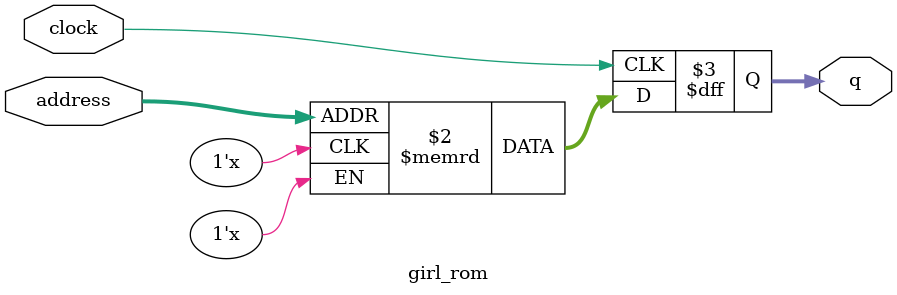
<source format=sv>
module girl_rom (
	input logic clock,
	input logic [9:0] address,
	output logic [3:0] q
);

logic [3:0] memory [0:799] /* synthesis ram_init_file = "./girl/girl.COE" */;

always_ff @ (posedge clock) begin
	q <= memory[address];
end

endmodule

</source>
